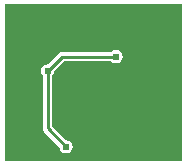
<source format=gbl>
G04 Layer_Physical_Order=2*
G04 Layer_Color=16711680*
%FSLAX24Y24*%
%MOIN*%
G70*
G01*
G75*
%ADD22C,0.0100*%
%ADD26C,0.0240*%
G36*
X2787Y-1887D02*
X-3127D01*
Y3357D01*
X2787D01*
Y-1887D01*
D02*
G37*
%LPC*%
G36*
X590Y1814D02*
X504Y1797D01*
X431Y1749D01*
X428Y1743D01*
X-1220D01*
X-1279Y1731D01*
X-1328Y1698D01*
X-1683Y1343D01*
X-1690Y1344D01*
X-1776Y1327D01*
X-1849Y1279D01*
X-1897Y1206D01*
X-1914Y1120D01*
X-1897Y1034D01*
X-1849Y961D01*
X-1843Y958D01*
Y-803D01*
X-1831Y-862D01*
X-1798Y-911D01*
X-1303Y-1406D01*
X-1304Y-1413D01*
X-1287Y-1499D01*
X-1239Y-1572D01*
X-1166Y-1620D01*
X-1080Y-1637D01*
X-994Y-1620D01*
X-921Y-1572D01*
X-873Y-1499D01*
X-856Y-1413D01*
X-873Y-1327D01*
X-921Y-1255D01*
X-994Y-1206D01*
X-1080Y-1189D01*
X-1087Y-1190D01*
X-1537Y-740D01*
Y958D01*
X-1531Y961D01*
X-1483Y1034D01*
X-1466Y1120D01*
X-1467Y1127D01*
X-1157Y1437D01*
X428D01*
X431Y1431D01*
X504Y1383D01*
X590Y1366D01*
X676Y1383D01*
X749Y1431D01*
X797Y1504D01*
X814Y1590D01*
X797Y1676D01*
X749Y1749D01*
X676Y1797D01*
X590Y1814D01*
D02*
G37*
%LPD*%
D22*
X-1690Y1120D02*
X-1220Y1590D01*
X590D01*
X-1690Y-803D02*
X-1080Y-1413D01*
X-1690Y-803D02*
Y1120D01*
D26*
X472Y472D02*
D03*
Y0D02*
D03*
Y-472D02*
D03*
X0D02*
D03*
X-472D02*
D03*
Y0D02*
D03*
Y472D02*
D03*
X0D02*
D03*
Y0D02*
D03*
X1470Y-740D02*
D03*
X-3010Y-900D02*
D03*
X800Y2210D02*
D03*
X590Y1590D02*
D03*
X-2340Y-890D02*
D03*
X-1690Y1120D02*
D03*
X-70Y1870D02*
D03*
X-1080Y-1413D02*
D03*
X2670Y-730D02*
D03*
X2203Y-727D02*
D03*
X2670Y-60D02*
D03*
X2370D02*
D03*
X2260Y810D02*
D03*
Y480D02*
D03*
X-2600Y770D02*
D03*
X-1080Y-1770D02*
D03*
X-2390Y360D02*
D03*
X-3000Y1800D02*
D03*
X-1700D02*
D03*
X1770Y3240D02*
D03*
X1150Y2210D02*
D03*
X2670D02*
D03*
X1560Y2290D02*
D03*
X2530Y1150D02*
D03*
X1330Y-1770D02*
D03*
X2670D02*
D03*
X-3010D02*
D03*
X-2880Y10D02*
D03*
X-300Y3200D02*
D03*
X-1600Y3240D02*
D03*
X-3010D02*
D03*
X-1160Y1240D02*
D03*
X630Y3240D02*
D03*
X2670D02*
D03*
M02*

</source>
